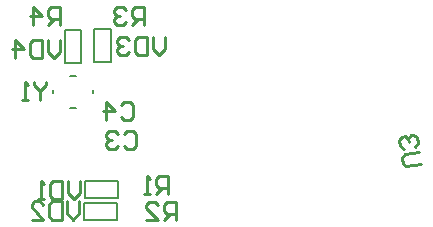
<source format=gbo>
G04*
G04 #@! TF.GenerationSoftware,Altium Limited,Altium Designer,18.1.7 (191)*
G04*
G04 Layer_Color=32896*
%FSLAX42Y42*%
%MOMM*%
G71*
G01*
G75*
%ADD12C,0.25*%
%ADD13C,0.20*%
%ADD60C,0.15*%
D12*
X7438Y9812D02*
Y9787D01*
X7387Y9736D01*
X7336Y9787D01*
Y9812D01*
X7387Y9736D02*
Y9660D01*
X7285D02*
X7234D01*
X7260D01*
Y9812D01*
X7285Y9787D01*
X7555Y10167D02*
Y10066D01*
X7504Y10015D01*
X7453Y10066D01*
Y10167D01*
X7403D02*
Y10015D01*
X7326D01*
X7301Y10040D01*
Y10142D01*
X7326Y10167D01*
X7403D01*
X7174Y10015D02*
Y10167D01*
X7250Y10091D01*
X7149D01*
X8443Y10190D02*
Y10088D01*
X8392Y10038D01*
X8341Y10088D01*
Y10190D01*
X8290D02*
Y10038D01*
X8214D01*
X8189Y10063D01*
Y10164D01*
X8214Y10190D01*
X8290D01*
X8138Y10164D02*
X8112Y10190D01*
X8062D01*
X8036Y10164D01*
Y10139D01*
X8062Y10114D01*
X8087D01*
X8062D01*
X8036Y10088D01*
Y10063D01*
X8062Y10038D01*
X8112D01*
X8138Y10063D01*
X7722Y8798D02*
Y8696D01*
X7671Y8645D01*
X7620Y8696D01*
Y8798D01*
X7570D02*
Y8645D01*
X7493D01*
X7468Y8671D01*
Y8772D01*
X7493Y8798D01*
X7570D01*
X7316Y8645D02*
X7417D01*
X7316Y8747D01*
Y8772D01*
X7341Y8798D01*
X7392D01*
X7417Y8772D01*
X7725Y8975D02*
Y8873D01*
X7674Y8822D01*
X7623Y8873D01*
Y8975D01*
X7573D02*
Y8822D01*
X7496D01*
X7471Y8848D01*
Y8949D01*
X7496Y8975D01*
X7573D01*
X7420Y8822D02*
X7370D01*
X7395D01*
Y8975D01*
X7420Y8949D01*
X10615Y9115D02*
X10490Y9095D01*
X10461Y9116D01*
X10453Y9167D01*
X10474Y9196D01*
X10599Y9215D01*
X10566Y9262D02*
X10587Y9291D01*
X10579Y9341D01*
X10550Y9362D01*
X10525Y9358D01*
X10504Y9329D01*
X10508Y9304D01*
X10504Y9329D01*
X10475Y9350D01*
X10450Y9346D01*
X10429Y9317D01*
X10437Y9267D01*
X10466Y9246D01*
X7555Y10293D02*
Y10445D01*
X7479D01*
X7453Y10419D01*
Y10369D01*
X7479Y10343D01*
X7555D01*
X7504D02*
X7453Y10293D01*
X7326D02*
Y10445D01*
X7403Y10369D01*
X7301D01*
X8268Y10293D02*
Y10445D01*
X8191D01*
X8166Y10419D01*
Y10369D01*
X8191Y10343D01*
X8268D01*
X8217D02*
X8166Y10293D01*
X8115Y10419D02*
X8090Y10445D01*
X8039D01*
X8014Y10419D01*
Y10394D01*
X8039Y10369D01*
X8064D01*
X8039D01*
X8014Y10343D01*
Y10318D01*
X8039Y10293D01*
X8090D01*
X8115Y10318D01*
X8540Y8640D02*
Y8792D01*
X8464D01*
X8438Y8767D01*
Y8716D01*
X8464Y8691D01*
X8540D01*
X8489D02*
X8438Y8640D01*
X8286D02*
X8388D01*
X8286Y8742D01*
Y8767D01*
X8311Y8792D01*
X8362D01*
X8388Y8767D01*
X8475Y8860D02*
Y9012D01*
X8399D01*
X8373Y8987D01*
Y8936D01*
X8399Y8911D01*
X8475D01*
X8424D02*
X8373Y8860D01*
X8323D02*
X8272D01*
X8297D01*
Y9012D01*
X8323Y8987D01*
X8073Y9614D02*
X8099Y9640D01*
X8150D01*
X8175Y9614D01*
Y9513D01*
X8150Y9488D01*
X8099D01*
X8073Y9513D01*
X7946Y9488D02*
Y9640D01*
X8023Y9564D01*
X7921D01*
X8098Y9367D02*
X8124Y9392D01*
X8175D01*
X8200Y9367D01*
Y9265D01*
X8175Y9240D01*
X8124D01*
X8098Y9265D01*
X8048Y9367D02*
X8022Y9392D01*
X7971D01*
X7946Y9367D01*
Y9342D01*
X7971Y9316D01*
X7997D01*
X7971D01*
X7946Y9291D01*
Y9265D01*
X7971Y9240D01*
X8022D01*
X8048Y9265D01*
D13*
X7597Y9972D02*
Y10253D01*
X7738Y9972D02*
Y10253D01*
X7597D02*
X7738D01*
X7597Y9972D02*
X7738D01*
X7847Y9975D02*
Y10255D01*
X7988Y9975D02*
Y10255D01*
X7847D02*
X7988D01*
X7847Y9975D02*
X7988D01*
X7762Y8645D02*
Y8785D01*
X8042Y8645D02*
Y8785D01*
X7762Y8645D02*
X8042D01*
X7762Y8785D02*
X8042D01*
X7765Y8828D02*
Y8968D01*
X8045Y8828D02*
Y8968D01*
X7765Y8828D02*
X8045D01*
X7765Y8968D02*
X8045D01*
D60*
X7638Y9590D02*
X7693D01*
X7835Y9712D02*
Y9738D01*
X7495Y9712D02*
Y9738D01*
X7638Y9860D02*
X7692D01*
M02*

</source>
